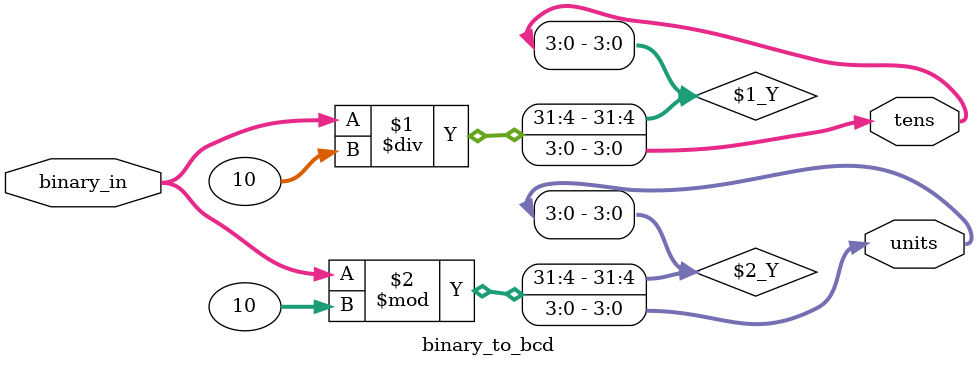
<source format=v>
module ell201_project (
    input wire clk,       // Now: 1Hz clock (1s period)
    input wire rst,
    output wire o_clk,    // Direct passthrough
    output reg [6:0] led,
    input wire [7:0] switch,
    output wire [3:0] bcd_tens,
    output wire [3:0] bcd_units
);
    assign o_clk = clk;

    reg [7:0] current_output;
    reg [4:0] lfsr_reg;
    reg [1:0] level; // 0 = idle, 1 = Level 1, 2 = Level 2
    reg [2:0] clk_counter;
    reg [4:0] counter;
    reg [7:0] sum;

    reg [3:0] countdown;
    reg countdown_active;
    reg [2:0] level_status; // 0: ongoing, 1: passed, 2: failed

    // BCD converter
    binary_to_bcd bcd_inst (
        .binary_in(current_output),
        .tens(bcd_tens),
        .units(bcd_units)
    );

    always @(posedge clk or posedge rst) begin
        if (rst) begin
            // RESET everything
            current_output <= 0;
            lfsr_reg <= 5'b10101;
            led <= 7'b0000000;
            clk_counter <= 0;
            counter <= 0;
            sum <= 0;
            level <= 1;
            level_status <= 0;
            countdown_active <= 0;
            countdown <= 3;
        end else begin
            if (countdown_active) begin
                clk_counter <= clk_counter + 1;
                if (clk_counter >= 1) begin
                    clk_counter <= 0;
                    if (countdown > 0) begin
                        current_output <= {4'b0000, countdown};
                        countdown <= countdown - 1;
                    end else begin
                        countdown_active <= 0;
                        level <= 2;
                        counter <= 0;
                    end
            
            end else if (level == 1 || level == 2) begin
                clk_counter <= clk_counter + 1;

                if (clk_counter >= (level == 1 ? 5 : 3)) begin
                    clk_counter <= 0;
                    counter <= counter + 1;

                    if (counter <= 3) begin
                        lfsr_reg <= {lfsr_reg[3:0], lfsr_reg[4] ^ lfsr_reg[2]};
                        current_output <= {3'b000, lfsr_reg};
                        led <= {lfsr_reg, 2'b00};
                        sum <= sum + current_output;
                    end else if (counter == 7) begin
                        // After showing 3 numbers, wait for user's input
                        if (switch == sum) begin
                            current_output <= 8'b000001011;
                            level_status <= 1; // passed
                        end else begin
                            current_output <= 8'd0;
                            level_status <= 2; // failed
                        end
                    end else if (counter == 8) begin
                        // After 5 seconds of showing result
                        if (level_status == 1 && level == 1) begin
                            // Passed -> Start countdown
                            countdown_active <= 1;
                            countdown <= 3;
                            counter <= 0;
                        end else begin
                            // Failed -> Stay at 00
                            level <= 0;
                        end
                    end
                end
                end
            end
        end
    end
endmodule

// BCD converter module
module binary_to_bcd (
    input  wire [7:0] binary_in,
    output wire [3:0] tens,
    output wire [3:0] units
);
    assign tens = binary_in / 10;
    assign units = binary_in % 10;
endmodule

</source>
